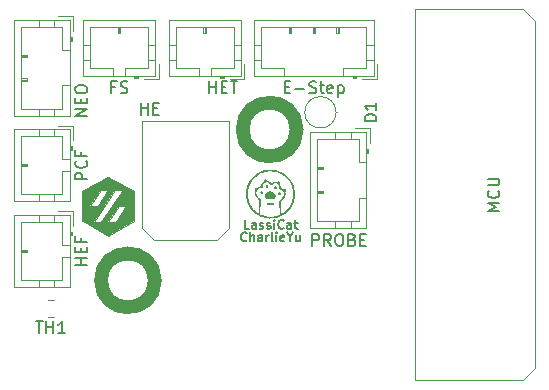
<source format=gbr>
%TF.GenerationSoftware,KiCad,Pcbnew,(6.0.5-0)*%
%TF.CreationDate,2022-06-04T20:42:06+08:00*%
%TF.ProjectId,StealthBurner,53746561-6c74-4684-9275-726e65722e6b,Bata2*%
%TF.SameCoordinates,Original*%
%TF.FileFunction,Legend,Top*%
%TF.FilePolarity,Positive*%
%FSLAX46Y46*%
G04 Gerber Fmt 4.6, Leading zero omitted, Abs format (unit mm)*
G04 Created by KiCad (PCBNEW (6.0.5-0)) date 2022-06-04 20:42:06*
%MOMM*%
%LPD*%
G01*
G04 APERTURE LIST*
%ADD10C,0.150000*%
%ADD11C,0.120000*%
%ADD12C,1.200000*%
%ADD13C,0.020000*%
G04 APERTURE END LIST*
D10*
X146044285Y-108617857D02*
X146008571Y-108653571D01*
X145901428Y-108689285D01*
X145830000Y-108689285D01*
X145722857Y-108653571D01*
X145651428Y-108582142D01*
X145615714Y-108510714D01*
X145580000Y-108367857D01*
X145580000Y-108260714D01*
X145615714Y-108117857D01*
X145651428Y-108046428D01*
X145722857Y-107975000D01*
X145830000Y-107939285D01*
X145901428Y-107939285D01*
X146008571Y-107975000D01*
X146044285Y-108010714D01*
X146365714Y-108689285D02*
X146365714Y-107939285D01*
X146687142Y-108689285D02*
X146687142Y-108296428D01*
X146651428Y-108225000D01*
X146580000Y-108189285D01*
X146472857Y-108189285D01*
X146401428Y-108225000D01*
X146365714Y-108260714D01*
X147365714Y-108689285D02*
X147365714Y-108296428D01*
X147330000Y-108225000D01*
X147258571Y-108189285D01*
X147115714Y-108189285D01*
X147044285Y-108225000D01*
X147365714Y-108653571D02*
X147294285Y-108689285D01*
X147115714Y-108689285D01*
X147044285Y-108653571D01*
X147008571Y-108582142D01*
X147008571Y-108510714D01*
X147044285Y-108439285D01*
X147115714Y-108403571D01*
X147294285Y-108403571D01*
X147365714Y-108367857D01*
X147722857Y-108689285D02*
X147722857Y-108189285D01*
X147722857Y-108332142D02*
X147758571Y-108260714D01*
X147794285Y-108225000D01*
X147865714Y-108189285D01*
X147937142Y-108189285D01*
X148294285Y-108689285D02*
X148222857Y-108653571D01*
X148187142Y-108582142D01*
X148187142Y-107939285D01*
X148580000Y-108689285D02*
X148580000Y-108189285D01*
X148580000Y-107939285D02*
X148544285Y-107975000D01*
X148580000Y-108010714D01*
X148615714Y-107975000D01*
X148580000Y-107939285D01*
X148580000Y-108010714D01*
X149222857Y-108653571D02*
X149151428Y-108689285D01*
X149008571Y-108689285D01*
X148937142Y-108653571D01*
X148901428Y-108582142D01*
X148901428Y-108296428D01*
X148937142Y-108225000D01*
X149008571Y-108189285D01*
X149151428Y-108189285D01*
X149222857Y-108225000D01*
X149258571Y-108296428D01*
X149258571Y-108367857D01*
X148901428Y-108439285D01*
X149722857Y-108332142D02*
X149722857Y-108689285D01*
X149472857Y-107939285D02*
X149722857Y-108332142D01*
X149972857Y-107939285D01*
X150544285Y-108189285D02*
X150544285Y-108689285D01*
X150222857Y-108189285D02*
X150222857Y-108582142D01*
X150258571Y-108653571D01*
X150330000Y-108689285D01*
X150437142Y-108689285D01*
X150508571Y-108653571D01*
X150544285Y-108617857D01*
X146258571Y-107639196D02*
X145901428Y-107639196D01*
X145901428Y-106889196D01*
X146830000Y-107639196D02*
X146830000Y-107246339D01*
X146794285Y-107174911D01*
X146722857Y-107139196D01*
X146580000Y-107139196D01*
X146508571Y-107174911D01*
X146830000Y-107603482D02*
X146758571Y-107639196D01*
X146580000Y-107639196D01*
X146508571Y-107603482D01*
X146472857Y-107532053D01*
X146472857Y-107460625D01*
X146508571Y-107389196D01*
X146580000Y-107353482D01*
X146758571Y-107353482D01*
X146830000Y-107317768D01*
X147151428Y-107603482D02*
X147222857Y-107639196D01*
X147365714Y-107639196D01*
X147437142Y-107603482D01*
X147472857Y-107532053D01*
X147472857Y-107496339D01*
X147437142Y-107424911D01*
X147365714Y-107389196D01*
X147258571Y-107389196D01*
X147187142Y-107353482D01*
X147151428Y-107282053D01*
X147151428Y-107246339D01*
X147187142Y-107174911D01*
X147258571Y-107139196D01*
X147365714Y-107139196D01*
X147437142Y-107174911D01*
X147758571Y-107603482D02*
X147830000Y-107639196D01*
X147972857Y-107639196D01*
X148044285Y-107603482D01*
X148080000Y-107532053D01*
X148080000Y-107496339D01*
X148044285Y-107424911D01*
X147972857Y-107389196D01*
X147865714Y-107389196D01*
X147794285Y-107353482D01*
X147758571Y-107282053D01*
X147758571Y-107246339D01*
X147794285Y-107174911D01*
X147865714Y-107139196D01*
X147972857Y-107139196D01*
X148044285Y-107174911D01*
X148401428Y-107639196D02*
X148401428Y-107139196D01*
X148401428Y-106889196D02*
X148365714Y-106924911D01*
X148401428Y-106960625D01*
X148437142Y-106924911D01*
X148401428Y-106889196D01*
X148401428Y-106960625D01*
X149187142Y-107567768D02*
X149151428Y-107603482D01*
X149044285Y-107639196D01*
X148972857Y-107639196D01*
X148865714Y-107603482D01*
X148794285Y-107532053D01*
X148758571Y-107460625D01*
X148722857Y-107317768D01*
X148722857Y-107210625D01*
X148758571Y-107067768D01*
X148794285Y-106996339D01*
X148865714Y-106924911D01*
X148972857Y-106889196D01*
X149044285Y-106889196D01*
X149151428Y-106924911D01*
X149187142Y-106960625D01*
X149830000Y-107639196D02*
X149830000Y-107246339D01*
X149794285Y-107174911D01*
X149722857Y-107139196D01*
X149580000Y-107139196D01*
X149508571Y-107174911D01*
X149830000Y-107603482D02*
X149758571Y-107639196D01*
X149580000Y-107639196D01*
X149508571Y-107603482D01*
X149472857Y-107532053D01*
X149472857Y-107460625D01*
X149508571Y-107389196D01*
X149580000Y-107353482D01*
X149758571Y-107353482D01*
X149830000Y-107317768D01*
X150080000Y-107139196D02*
X150365714Y-107139196D01*
X150187142Y-106889196D02*
X150187142Y-107532053D01*
X150222857Y-107603482D01*
X150294285Y-107639196D01*
X150365714Y-107639196D01*
%TO.C,J5*%
X134916666Y-95628571D02*
X134583333Y-95628571D01*
X134583333Y-96152380D02*
X134583333Y-95152380D01*
X135059523Y-95152380D01*
X135392857Y-96104761D02*
X135535714Y-96152380D01*
X135773809Y-96152380D01*
X135869047Y-96104761D01*
X135916666Y-96057142D01*
X135964285Y-95961904D01*
X135964285Y-95866666D01*
X135916666Y-95771428D01*
X135869047Y-95723809D01*
X135773809Y-95676190D01*
X135583333Y-95628571D01*
X135488095Y-95580952D01*
X135440476Y-95533333D01*
X135392857Y-95438095D01*
X135392857Y-95342857D01*
X135440476Y-95247619D01*
X135488095Y-95200000D01*
X135583333Y-95152380D01*
X135821428Y-95152380D01*
X135964285Y-95200000D01*
%TO.C,TH1*%
X128201785Y-115452380D02*
X128773214Y-115452380D01*
X128487500Y-116452380D02*
X128487500Y-115452380D01*
X129106547Y-116452380D02*
X129106547Y-115452380D01*
X129106547Y-115928571D02*
X129677976Y-115928571D01*
X129677976Y-116452380D02*
X129677976Y-115452380D01*
X130677976Y-116452380D02*
X130106547Y-116452380D01*
X130392261Y-116452380D02*
X130392261Y-115452380D01*
X130297023Y-115595238D01*
X130201785Y-115690476D01*
X130106547Y-115738095D01*
%TO.C,J8*%
X132552380Y-98061904D02*
X131552380Y-98061904D01*
X132552380Y-97490476D01*
X131552380Y-97490476D01*
X132028571Y-97014285D02*
X132028571Y-96680952D01*
X132552380Y-96538095D02*
X132552380Y-97014285D01*
X131552380Y-97014285D01*
X131552380Y-96538095D01*
X131552380Y-95919047D02*
X131552380Y-95728571D01*
X131600000Y-95633333D01*
X131695238Y-95538095D01*
X131885714Y-95490476D01*
X132219047Y-95490476D01*
X132409523Y-95538095D01*
X132504761Y-95633333D01*
X132552380Y-95728571D01*
X132552380Y-95919047D01*
X132504761Y-96014285D01*
X132409523Y-96109523D01*
X132219047Y-96157142D01*
X131885714Y-96157142D01*
X131695238Y-96109523D01*
X131600000Y-96014285D01*
X131552380Y-95919047D01*
%TO.C,J6*%
X132552380Y-110666666D02*
X131552380Y-110666666D01*
X132028571Y-110666666D02*
X132028571Y-110095238D01*
X132552380Y-110095238D02*
X131552380Y-110095238D01*
X132028571Y-109619047D02*
X132028571Y-109285714D01*
X132552380Y-109142857D02*
X132552380Y-109619047D01*
X131552380Y-109619047D01*
X131552380Y-109142857D01*
X132028571Y-108380952D02*
X132028571Y-108714285D01*
X132552380Y-108714285D02*
X131552380Y-108714285D01*
X131552380Y-108238095D01*
%TO.C,J9*%
X167452380Y-106107142D02*
X166452380Y-106107142D01*
X167166666Y-105773809D01*
X166452380Y-105440476D01*
X167452380Y-105440476D01*
X167357142Y-104392857D02*
X167404761Y-104440476D01*
X167452380Y-104583333D01*
X167452380Y-104678571D01*
X167404761Y-104821428D01*
X167309523Y-104916666D01*
X167214285Y-104964285D01*
X167023809Y-105011904D01*
X166880952Y-105011904D01*
X166690476Y-104964285D01*
X166595238Y-104916666D01*
X166500000Y-104821428D01*
X166452380Y-104678571D01*
X166452380Y-104583333D01*
X166500000Y-104440476D01*
X166547619Y-104392857D01*
X166452380Y-103964285D02*
X167261904Y-103964285D01*
X167357142Y-103916666D01*
X167404761Y-103869047D01*
X167452380Y-103773809D01*
X167452380Y-103583333D01*
X167404761Y-103488095D01*
X167357142Y-103440476D01*
X167261904Y-103392857D01*
X166452380Y-103392857D01*
%TO.C,J2*%
X149273809Y-95628571D02*
X149607142Y-95628571D01*
X149750000Y-96152380D02*
X149273809Y-96152380D01*
X149273809Y-95152380D01*
X149750000Y-95152380D01*
X150178571Y-95771428D02*
X150940476Y-95771428D01*
X151369047Y-96104761D02*
X151511904Y-96152380D01*
X151750000Y-96152380D01*
X151845238Y-96104761D01*
X151892857Y-96057142D01*
X151940476Y-95961904D01*
X151940476Y-95866666D01*
X151892857Y-95771428D01*
X151845238Y-95723809D01*
X151750000Y-95676190D01*
X151559523Y-95628571D01*
X151464285Y-95580952D01*
X151416666Y-95533333D01*
X151369047Y-95438095D01*
X151369047Y-95342857D01*
X151416666Y-95247619D01*
X151464285Y-95200000D01*
X151559523Y-95152380D01*
X151797619Y-95152380D01*
X151940476Y-95200000D01*
X152226190Y-95485714D02*
X152607142Y-95485714D01*
X152369047Y-95152380D02*
X152369047Y-96009523D01*
X152416666Y-96104761D01*
X152511904Y-96152380D01*
X152607142Y-96152380D01*
X153321428Y-96104761D02*
X153226190Y-96152380D01*
X153035714Y-96152380D01*
X152940476Y-96104761D01*
X152892857Y-96009523D01*
X152892857Y-95628571D01*
X152940476Y-95533333D01*
X153035714Y-95485714D01*
X153226190Y-95485714D01*
X153321428Y-95533333D01*
X153369047Y-95628571D01*
X153369047Y-95723809D01*
X152892857Y-95819047D01*
X153797619Y-95485714D02*
X153797619Y-96485714D01*
X153797619Y-95533333D02*
X153892857Y-95485714D01*
X154083333Y-95485714D01*
X154178571Y-95533333D01*
X154226190Y-95580952D01*
X154273809Y-95676190D01*
X154273809Y-95961904D01*
X154226190Y-96057142D01*
X154178571Y-96104761D01*
X154083333Y-96152380D01*
X153892857Y-96152380D01*
X153797619Y-96104761D01*
%TO.C,J3*%
X137101904Y-97957380D02*
X137101904Y-96957380D01*
X137101904Y-97433571D02*
X137673333Y-97433571D01*
X137673333Y-97957380D02*
X137673333Y-96957380D01*
X138149523Y-97433571D02*
X138482857Y-97433571D01*
X138625714Y-97957380D02*
X138149523Y-97957380D01*
X138149523Y-96957380D01*
X138625714Y-96957380D01*
%TO.C,D1*%
X157036693Y-98508095D02*
X156036693Y-98508095D01*
X156036693Y-98270000D01*
X156084313Y-98127142D01*
X156179551Y-98031904D01*
X156274789Y-97984285D01*
X156465265Y-97936666D01*
X156608122Y-97936666D01*
X156798598Y-97984285D01*
X156893836Y-98031904D01*
X156989074Y-98127142D01*
X157036693Y-98270000D01*
X157036693Y-98508095D01*
X157036693Y-96984285D02*
X157036693Y-97555714D01*
X157036693Y-97270000D02*
X156036693Y-97270000D01*
X156179551Y-97365238D01*
X156274789Y-97460476D01*
X156322408Y-97555714D01*
%TO.C,J1*%
X151621904Y-109072380D02*
X151621904Y-108072380D01*
X152002857Y-108072380D01*
X152098095Y-108120000D01*
X152145714Y-108167619D01*
X152193333Y-108262857D01*
X152193333Y-108405714D01*
X152145714Y-108500952D01*
X152098095Y-108548571D01*
X152002857Y-108596190D01*
X151621904Y-108596190D01*
X153193333Y-109072380D02*
X152860000Y-108596190D01*
X152621904Y-109072380D02*
X152621904Y-108072380D01*
X153002857Y-108072380D01*
X153098095Y-108120000D01*
X153145714Y-108167619D01*
X153193333Y-108262857D01*
X153193333Y-108405714D01*
X153145714Y-108500952D01*
X153098095Y-108548571D01*
X153002857Y-108596190D01*
X152621904Y-108596190D01*
X153812380Y-108072380D02*
X154002857Y-108072380D01*
X154098095Y-108120000D01*
X154193333Y-108215238D01*
X154240952Y-108405714D01*
X154240952Y-108739047D01*
X154193333Y-108929523D01*
X154098095Y-109024761D01*
X154002857Y-109072380D01*
X153812380Y-109072380D01*
X153717142Y-109024761D01*
X153621904Y-108929523D01*
X153574285Y-108739047D01*
X153574285Y-108405714D01*
X153621904Y-108215238D01*
X153717142Y-108120000D01*
X153812380Y-108072380D01*
X155002857Y-108548571D02*
X155145714Y-108596190D01*
X155193333Y-108643809D01*
X155240952Y-108739047D01*
X155240952Y-108881904D01*
X155193333Y-108977142D01*
X155145714Y-109024761D01*
X155050476Y-109072380D01*
X154669523Y-109072380D01*
X154669523Y-108072380D01*
X155002857Y-108072380D01*
X155098095Y-108120000D01*
X155145714Y-108167619D01*
X155193333Y-108262857D01*
X155193333Y-108358095D01*
X155145714Y-108453333D01*
X155098095Y-108500952D01*
X155002857Y-108548571D01*
X154669523Y-108548571D01*
X155669523Y-108548571D02*
X156002857Y-108548571D01*
X156145714Y-109072380D02*
X155669523Y-109072380D01*
X155669523Y-108072380D01*
X156145714Y-108072380D01*
%TO.C,J4*%
X142880952Y-96152380D02*
X142880952Y-95152380D01*
X142880952Y-95628571D02*
X143452380Y-95628571D01*
X143452380Y-96152380D02*
X143452380Y-95152380D01*
X143928571Y-95628571D02*
X144261904Y-95628571D01*
X144404761Y-96152380D02*
X143928571Y-96152380D01*
X143928571Y-95152380D01*
X144404761Y-95152380D01*
X144690476Y-95152380D02*
X145261904Y-95152380D01*
X144976190Y-96152380D02*
X144976190Y-95152380D01*
%TO.C,J7*%
X132552380Y-103440476D02*
X131552380Y-103440476D01*
X131552380Y-103059523D01*
X131600000Y-102964285D01*
X131647619Y-102916666D01*
X131742857Y-102869047D01*
X131885714Y-102869047D01*
X131980952Y-102916666D01*
X132028571Y-102964285D01*
X132076190Y-103059523D01*
X132076190Y-103440476D01*
X132457142Y-101869047D02*
X132504761Y-101916666D01*
X132552380Y-102059523D01*
X132552380Y-102154761D01*
X132504761Y-102297619D01*
X132409523Y-102392857D01*
X132314285Y-102440476D01*
X132123809Y-102488095D01*
X131980952Y-102488095D01*
X131790476Y-102440476D01*
X131695238Y-102392857D01*
X131600000Y-102297619D01*
X131552380Y-102154761D01*
X131552380Y-102059523D01*
X131600000Y-101916666D01*
X131647619Y-101869047D01*
X132028571Y-101107142D02*
X132028571Y-101440476D01*
X132552380Y-101440476D02*
X131552380Y-101440476D01*
X131552380Y-100964285D01*
%TO.C,L1*%
G36*
X148861817Y-104533841D02*
G01*
X148902080Y-104546238D01*
X148904035Y-104547258D01*
X148928779Y-104569391D01*
X148945628Y-104602044D01*
X148953534Y-104640100D01*
X148951446Y-104678440D01*
X148938314Y-104711947D01*
X148937938Y-104712525D01*
X148905388Y-104748796D01*
X148865454Y-104772852D01*
X148821710Y-104783451D01*
X148777733Y-104779353D01*
X148761684Y-104773676D01*
X148726362Y-104749878D01*
X148703164Y-104716542D01*
X148693586Y-104677348D01*
X148699123Y-104635976D01*
X148702298Y-104627470D01*
X148721525Y-104590882D01*
X148746404Y-104564845D01*
X148778868Y-104544970D01*
X148818198Y-104533372D01*
X148861817Y-104533841D01*
G37*
G36*
X146009745Y-104516200D02*
G01*
X146015223Y-104444630D01*
X146023736Y-104376446D01*
X146035799Y-104307109D01*
X146051924Y-104232080D01*
X146062316Y-104188361D01*
X146113555Y-104013603D01*
X146180109Y-103845211D01*
X146261139Y-103684028D01*
X146355809Y-103530899D01*
X146463280Y-103386670D01*
X146582714Y-103252185D01*
X146713274Y-103128288D01*
X146854122Y-103015824D01*
X147004420Y-102915639D01*
X147163329Y-102828576D01*
X147330013Y-102755480D01*
X147503634Y-102697196D01*
X147555342Y-102683138D01*
X147653979Y-102659777D01*
X147746625Y-102642563D01*
X147839479Y-102630643D01*
X147938743Y-102623163D01*
X148012622Y-102620190D01*
X148199871Y-102622274D01*
X148380615Y-102639783D01*
X148556265Y-102673021D01*
X148728228Y-102722288D01*
X148897916Y-102787887D01*
X148985610Y-102828498D01*
X149148892Y-102917699D01*
X149302211Y-103020328D01*
X149444936Y-103135519D01*
X149576433Y-103262406D01*
X149696072Y-103400123D01*
X149803219Y-103547803D01*
X149897243Y-103704581D01*
X149977511Y-103869590D01*
X150043391Y-104041964D01*
X150094252Y-104220837D01*
X150127660Y-104393200D01*
X150132748Y-104434030D01*
X150137669Y-104486335D01*
X150141980Y-104544521D01*
X150145239Y-104602994D01*
X150146244Y-104627911D01*
X150144212Y-104812098D01*
X150125610Y-104994354D01*
X150090916Y-105173588D01*
X150040611Y-105348711D01*
X149975172Y-105518630D01*
X149895080Y-105682258D01*
X149800812Y-105838502D01*
X149692848Y-105986274D01*
X149571666Y-106124482D01*
X149437747Y-106252036D01*
X149429642Y-106259046D01*
X149281336Y-106375550D01*
X149124348Y-106477437D01*
X148959161Y-106564493D01*
X148786256Y-106636506D01*
X148606112Y-106693261D01*
X148419212Y-106734544D01*
X148327126Y-106748818D01*
X148291144Y-106752485D01*
X148242798Y-106755788D01*
X148186440Y-106758588D01*
X148126424Y-106760750D01*
X148067102Y-106762138D01*
X148012827Y-106762615D01*
X147967951Y-106762045D01*
X147943053Y-106760847D01*
X147761926Y-106740319D01*
X147589766Y-106706620D01*
X147423860Y-106659022D01*
X147261492Y-106596799D01*
X147166373Y-106552990D01*
X147001553Y-106463170D01*
X146846961Y-106360202D01*
X146703236Y-106244900D01*
X146571020Y-106118078D01*
X146450953Y-105980552D01*
X146343675Y-105833136D01*
X146249827Y-105676645D01*
X146170050Y-105511893D01*
X146104984Y-105339696D01*
X146055269Y-105160867D01*
X146048735Y-105131473D01*
X146034710Y-105063342D01*
X146024010Y-105003540D01*
X146016221Y-104947769D01*
X146010926Y-104891730D01*
X146007711Y-104831125D01*
X146006160Y-104761656D01*
X146005843Y-104687656D01*
X146006326Y-104640714D01*
X146157582Y-104640714D01*
X146160590Y-104821351D01*
X146180178Y-104998719D01*
X146216043Y-105172053D01*
X146267878Y-105340585D01*
X146335380Y-105503548D01*
X146418243Y-105660176D01*
X146516163Y-105809702D01*
X146628835Y-105951358D01*
X146715755Y-106044855D01*
X146751184Y-106079191D01*
X146792050Y-106116404D01*
X146836193Y-106154773D01*
X146881455Y-106192576D01*
X146925675Y-106228092D01*
X146966695Y-106259599D01*
X147002355Y-106285374D01*
X147030495Y-106303697D01*
X147048957Y-106312847D01*
X147052784Y-106313563D01*
X147058198Y-106306133D01*
X147063191Y-106288025D01*
X147063581Y-106285825D01*
X147065417Y-106269370D01*
X147068088Y-106237556D01*
X147071486Y-106192066D01*
X147075506Y-106134583D01*
X147080038Y-106066792D01*
X147084976Y-105990376D01*
X147090212Y-105907020D01*
X147095639Y-105818406D01*
X147101150Y-105726219D01*
X147106636Y-105632142D01*
X147111990Y-105537860D01*
X147116437Y-105457375D01*
X147130296Y-105202900D01*
X147039341Y-105117238D01*
X146981948Y-105061275D01*
X146935639Y-105011330D01*
X146897459Y-104963714D01*
X146864450Y-104914740D01*
X146833656Y-104860717D01*
X146833504Y-104860431D01*
X146794024Y-104771336D01*
X146767611Y-104678951D01*
X146754884Y-104586610D01*
X146755562Y-104548415D01*
X146880860Y-104548415D01*
X146886112Y-104629843D01*
X146906799Y-104713395D01*
X146942954Y-104797971D01*
X146994609Y-104882473D01*
X146995662Y-104883960D01*
X147019531Y-104914045D01*
X147052322Y-104950622D01*
X147090463Y-104990158D01*
X147130379Y-105029117D01*
X147168497Y-105063965D01*
X147201245Y-105091167D01*
X147215690Y-105101601D01*
X147236586Y-105118796D01*
X147250548Y-105136446D01*
X147252786Y-105141826D01*
X147253493Y-105154856D01*
X147253193Y-105183213D01*
X147251978Y-105225189D01*
X147249946Y-105279076D01*
X147247192Y-105343166D01*
X147243809Y-105415753D01*
X147239895Y-105495128D01*
X147235544Y-105579583D01*
X147230851Y-105667411D01*
X147225913Y-105756905D01*
X147220823Y-105846356D01*
X147215677Y-105934057D01*
X147210572Y-106018301D01*
X147205601Y-106097379D01*
X147200860Y-106169584D01*
X147196445Y-106233209D01*
X147192451Y-106286545D01*
X147188972Y-106327886D01*
X147186105Y-106355523D01*
X147184477Y-106365962D01*
X147183497Y-106377204D01*
X147187735Y-106387195D01*
X147199425Y-106397550D01*
X147220796Y-106409887D01*
X147254081Y-106425823D01*
X147288106Y-106441066D01*
X147441712Y-106501633D01*
X147597694Y-106548960D01*
X147752597Y-106582094D01*
X147844901Y-106594909D01*
X147884174Y-106599216D01*
X147920433Y-106603244D01*
X147947961Y-106606354D01*
X147955855Y-106607271D01*
X147984085Y-106608941D01*
X148025461Y-106609246D01*
X148076126Y-106608347D01*
X148132225Y-106606408D01*
X148189903Y-106603591D01*
X148245303Y-106600059D01*
X148294569Y-106595975D01*
X148333846Y-106591501D01*
X148335661Y-106591244D01*
X148437152Y-106574722D01*
X148527971Y-106555539D01*
X148614467Y-106532338D01*
X148621581Y-106530211D01*
X148665427Y-106516247D01*
X148711973Y-106500156D01*
X148758100Y-106483160D01*
X148800693Y-106466484D01*
X148836633Y-106451350D01*
X148862805Y-106438982D01*
X148876091Y-106430602D01*
X148876466Y-106430187D01*
X148879157Y-106419269D01*
X148879785Y-106394881D01*
X148878319Y-106356158D01*
X148874726Y-106302236D01*
X148868973Y-106232252D01*
X148868960Y-106232102D01*
X148859067Y-106116406D01*
X148849732Y-106002304D01*
X148841075Y-105891532D01*
X148833212Y-105785821D01*
X148826264Y-105686904D01*
X148820347Y-105596514D01*
X148815579Y-105516384D01*
X148812081Y-105448246D01*
X148809968Y-105393834D01*
X148809350Y-105358482D01*
X148809350Y-105247853D01*
X148879763Y-105185647D01*
X148963168Y-105109643D01*
X149032887Y-105040737D01*
X149090000Y-104977456D01*
X149135583Y-104918327D01*
X149170713Y-104861875D01*
X149196468Y-104806629D01*
X149213925Y-104751113D01*
X149220420Y-104719697D01*
X149225134Y-104645020D01*
X149213916Y-104573740D01*
X149187785Y-104507231D01*
X149147759Y-104446865D01*
X149094857Y-104394015D01*
X149030096Y-104350054D01*
X148954494Y-104316356D01*
X148911769Y-104303482D01*
X148881768Y-104294920D01*
X148857774Y-104286499D01*
X148845624Y-104280438D01*
X148840462Y-104269077D01*
X148837038Y-104244168D01*
X148835227Y-104204420D01*
X148834854Y-104168113D01*
X148831722Y-104087131D01*
X148821920Y-104019597D01*
X148804577Y-103962903D01*
X148778821Y-103914443D01*
X148743783Y-103871610D01*
X148731950Y-103860044D01*
X148672981Y-103815241D01*
X148607492Y-103783736D01*
X148538447Y-103766327D01*
X148468807Y-103763813D01*
X148412029Y-103773793D01*
X148363561Y-103792973D01*
X148310933Y-103822938D01*
X148259406Y-103860240D01*
X148214240Y-103901428D01*
X148209178Y-103906814D01*
X148179699Y-103934815D01*
X148154471Y-103948443D01*
X148131482Y-103947255D01*
X148108717Y-103930806D01*
X148084163Y-103898652D01*
X148070383Y-103876200D01*
X148025644Y-103814010D01*
X147971779Y-103763056D01*
X147911053Y-103724531D01*
X147845730Y-103699631D01*
X147778074Y-103689551D01*
X147723278Y-103693042D01*
X147656161Y-103709654D01*
X147592493Y-103735916D01*
X147536459Y-103769649D01*
X147492245Y-103808673D01*
X147485051Y-103817091D01*
X147452323Y-103863569D01*
X147429835Y-103911099D01*
X147416227Y-103964049D01*
X147410138Y-104026790D01*
X147409488Y-104059753D01*
X147408808Y-104096078D01*
X147407091Y-104126244D01*
X147404636Y-104145970D01*
X147403087Y-104150810D01*
X147385327Y-104167282D01*
X147358569Y-104174726D01*
X147320201Y-104173669D01*
X147302349Y-104171198D01*
X147228512Y-104167709D01*
X147157004Y-104180997D01*
X147088460Y-104210853D01*
X147023518Y-104257067D01*
X147013569Y-104265907D01*
X146957397Y-104327856D01*
X146916534Y-104396322D01*
X146891011Y-104470208D01*
X146880860Y-104548415D01*
X146755562Y-104548415D01*
X146756464Y-104497647D01*
X146760506Y-104467959D01*
X146765632Y-104435694D01*
X146766949Y-104413763D01*
X146763540Y-104395675D01*
X146754485Y-104374939D01*
X146744657Y-104356060D01*
X146725199Y-104307015D01*
X146719504Y-104262415D01*
X146726358Y-104224107D01*
X146744547Y-104193938D01*
X146772859Y-104173754D01*
X146810079Y-104165402D01*
X146854994Y-104170727D01*
X146864610Y-104173538D01*
X146907614Y-104187290D01*
X146954189Y-104149354D01*
X147026753Y-104099498D01*
X147102610Y-104064978D01*
X147180084Y-104046445D01*
X147227667Y-104043267D01*
X147281595Y-104043267D01*
X147281721Y-104011261D01*
X147285655Y-103970153D01*
X147296023Y-103920891D01*
X147311083Y-103870306D01*
X147329094Y-103825231D01*
X147329195Y-103825017D01*
X147353967Y-103783270D01*
X147388696Y-103738590D01*
X147428536Y-103696546D01*
X147468643Y-103662706D01*
X147473303Y-103659420D01*
X147492247Y-103645333D01*
X147503825Y-103631928D01*
X147510920Y-103613802D01*
X147516416Y-103585552D01*
X147517957Y-103575766D01*
X147528735Y-103526783D01*
X147544541Y-103491582D01*
X147566983Y-103467219D01*
X147582622Y-103457432D01*
X147616533Y-103448936D01*
X147652998Y-103455523D01*
X147689525Y-103475971D01*
X147723620Y-103509057D01*
X147742851Y-103536035D01*
X147755772Y-103554094D01*
X147769531Y-103562666D01*
X147791039Y-103565206D01*
X147801373Y-103565310D01*
X147868458Y-103573304D01*
X147937723Y-103596462D01*
X148006607Y-103633553D01*
X148072544Y-103683345D01*
X148099690Y-103708687D01*
X148127979Y-103736500D01*
X148147097Y-103753842D01*
X148159846Y-103762404D01*
X148169031Y-103763879D01*
X148177456Y-103759958D01*
X148180772Y-103757604D01*
X148257572Y-103706081D01*
X148327862Y-103669250D01*
X148346786Y-103661384D01*
X148376769Y-103650706D01*
X148404083Y-103644042D01*
X148434520Y-103640515D01*
X148473870Y-103639249D01*
X148493557Y-103639180D01*
X148533239Y-103640039D01*
X148568448Y-103642273D01*
X148594459Y-103645504D01*
X148604344Y-103648020D01*
X148618427Y-103651504D01*
X148633563Y-103648397D01*
X148654595Y-103637151D01*
X148670568Y-103626844D01*
X148714671Y-103603226D01*
X148757358Y-103592920D01*
X148758007Y-103592857D01*
X148784686Y-103591443D01*
X148802522Y-103595610D01*
X148819526Y-103608233D01*
X148830475Y-103618869D01*
X148848239Y-103638503D01*
X148857203Y-103656146D01*
X148860297Y-103679330D01*
X148860560Y-103696193D01*
X148859145Y-103726872D01*
X148855527Y-103753491D01*
X148852699Y-103764108D01*
X148850065Y-103777821D01*
X148853939Y-103793576D01*
X148865877Y-103815666D01*
X148878447Y-103835077D01*
X148915066Y-103903403D01*
X148941852Y-103982740D01*
X148957686Y-104069419D01*
X148960656Y-104104523D01*
X148963071Y-104142627D01*
X148965697Y-104167052D01*
X148969536Y-104181172D01*
X148975588Y-104188360D01*
X148984854Y-104191989D01*
X148986746Y-104192476D01*
X149020927Y-104204195D01*
X149062437Y-104222954D01*
X149104949Y-104245550D01*
X149142140Y-104268777D01*
X149153161Y-104276794D01*
X149193982Y-104308165D01*
X149240187Y-104294733D01*
X149278121Y-104286910D01*
X149310643Y-104286072D01*
X149315885Y-104286834D01*
X149346791Y-104299938D01*
X149374441Y-104323966D01*
X149392334Y-104353083D01*
X149393477Y-104356507D01*
X149394742Y-104383273D01*
X149386938Y-104417986D01*
X149371684Y-104455280D01*
X149355156Y-104483443D01*
X149340807Y-104506050D01*
X149335372Y-104522594D01*
X149337265Y-104540471D01*
X149340425Y-104552092D01*
X149346965Y-104587927D01*
X149350009Y-104634599D01*
X149349683Y-104686264D01*
X149346112Y-104737077D01*
X149339421Y-104781193D01*
X149335170Y-104798164D01*
X149305461Y-104877275D01*
X149263577Y-104955354D01*
X149208554Y-105033718D01*
X149139429Y-105113680D01*
X149055235Y-105196555D01*
X149018895Y-105229256D01*
X148927204Y-105309970D01*
X148932780Y-105404223D01*
X148935833Y-105452889D01*
X148939800Y-105510958D01*
X148944754Y-105579347D01*
X148950767Y-105658974D01*
X148957910Y-105750756D01*
X148966254Y-105855611D01*
X148975872Y-105974458D01*
X148986835Y-106108213D01*
X148999215Y-106257796D01*
X149002966Y-106302894D01*
X149006194Y-106332900D01*
X149009953Y-106354888D01*
X149013493Y-106364627D01*
X149013903Y-106364773D01*
X149022750Y-106360336D01*
X149043112Y-106348146D01*
X149072277Y-106329883D01*
X149107534Y-106307225D01*
X149121492Y-106298123D01*
X149267087Y-106192952D01*
X149400383Y-106076658D01*
X149521056Y-105950237D01*
X149628786Y-105814686D01*
X149723250Y-105671004D01*
X149804128Y-105520188D01*
X149871097Y-105363235D01*
X149923836Y-105201142D01*
X149962024Y-105034906D01*
X149985338Y-104865526D01*
X149993457Y-104693999D01*
X149986060Y-104521321D01*
X149962825Y-104348491D01*
X149923431Y-104176505D01*
X149867555Y-104006361D01*
X149863707Y-103996325D01*
X149791980Y-103833936D01*
X149706047Y-103680022D01*
X149606846Y-103535380D01*
X149495314Y-103400804D01*
X149372386Y-103277090D01*
X149239001Y-103165034D01*
X149096094Y-103065430D01*
X148944604Y-102979074D01*
X148785466Y-102906762D01*
X148619618Y-102849289D01*
X148467952Y-102811431D01*
X148289810Y-102783256D01*
X148112810Y-102771638D01*
X147937849Y-102776083D01*
X147765823Y-102796097D01*
X147597627Y-102831186D01*
X147434157Y-102880856D01*
X147276309Y-102944612D01*
X147124978Y-103021961D01*
X146981061Y-103112409D01*
X146845454Y-103215462D01*
X146719051Y-103330625D01*
X146602749Y-103457404D01*
X146497443Y-103595306D01*
X146404030Y-103743837D01*
X146323406Y-103902501D01*
X146274316Y-104021302D01*
X146229381Y-104155735D01*
X146195897Y-104290677D01*
X146173079Y-104430288D01*
X146160142Y-104578729D01*
X146157582Y-104640714D01*
X146006326Y-104640714D01*
X146006789Y-104595695D01*
X146009745Y-104516200D01*
G37*
G36*
X147822027Y-103951560D02*
G01*
X147833888Y-103957615D01*
X147864747Y-103985794D01*
X147885693Y-104024124D01*
X147895637Y-104068144D01*
X147893491Y-104113394D01*
X147880901Y-104150374D01*
X147854438Y-104185057D01*
X147819152Y-104206604D01*
X147778177Y-104214060D01*
X147734644Y-104206473D01*
X147718641Y-104199724D01*
X147686742Y-104175380D01*
X147664610Y-104141106D01*
X147652433Y-104100756D01*
X147650398Y-104058179D01*
X147658695Y-104017226D01*
X147677512Y-103981748D01*
X147706713Y-103955784D01*
X147742427Y-103943493D01*
X147783441Y-103942122D01*
X147822027Y-103951560D01*
G37*
G36*
X148527459Y-104036083D02*
G01*
X148558271Y-104053969D01*
X148581553Y-104081474D01*
X148594386Y-104118182D01*
X148595976Y-104138577D01*
X148589854Y-104189686D01*
X148570903Y-104230563D01*
X148541045Y-104261071D01*
X148503136Y-104280958D01*
X148460593Y-104288906D01*
X148419429Y-104284204D01*
X148402412Y-104277495D01*
X148375120Y-104254589D01*
X148356935Y-104220906D01*
X148348835Y-104180678D01*
X148351797Y-104138136D01*
X148362709Y-104105444D01*
X148387347Y-104069016D01*
X148419062Y-104044281D01*
X148454934Y-104030824D01*
X148492040Y-104028229D01*
X148527459Y-104036083D01*
G37*
G36*
X148349337Y-105448597D02*
G01*
X148373732Y-105464068D01*
X148392037Y-105487745D01*
X148399655Y-105515340D01*
X148399673Y-105516692D01*
X148394380Y-105545236D01*
X148377368Y-105567703D01*
X148346934Y-105585488D01*
X148301377Y-105599983D01*
X148296507Y-105601166D01*
X148253004Y-105608755D01*
X148197173Y-105614403D01*
X148133653Y-105618012D01*
X148067086Y-105619486D01*
X148002113Y-105618727D01*
X147943376Y-105615639D01*
X147895515Y-105610124D01*
X147892521Y-105609615D01*
X147844968Y-105599226D01*
X147812096Y-105586440D01*
X147791530Y-105569598D01*
X147780896Y-105547039D01*
X147778269Y-105529727D01*
X147778907Y-105502961D01*
X147787825Y-105483508D01*
X147798152Y-105471902D01*
X147808139Y-105462344D01*
X147817609Y-105456242D01*
X147829769Y-105453514D01*
X147847824Y-105454077D01*
X147874979Y-105457847D01*
X147914442Y-105464742D01*
X147934518Y-105468380D01*
X147979299Y-105473712D01*
X148035004Y-105476220D01*
X148095740Y-105476003D01*
X148155613Y-105473157D01*
X148208730Y-105467779D01*
X148234624Y-105463435D01*
X148269472Y-105456344D01*
X148300340Y-105450147D01*
X148321345Y-105446022D01*
X148323454Y-105445622D01*
X148349337Y-105448597D01*
G37*
G36*
X148156811Y-104461021D02*
G01*
X148220757Y-104488757D01*
X148222692Y-104489890D01*
X148251590Y-104509766D01*
X148288074Y-104538974D01*
X148328811Y-104574399D01*
X148370470Y-104612930D01*
X148409717Y-104651453D01*
X148443219Y-104686856D01*
X148467645Y-104716026D01*
X148473265Y-104723934D01*
X148500366Y-104777718D01*
X148510971Y-104833364D01*
X148505216Y-104892282D01*
X148493343Y-104931475D01*
X148462588Y-104990639D01*
X148419154Y-105038752D01*
X148364007Y-105075021D01*
X148298110Y-105098652D01*
X148286975Y-105101137D01*
X148262593Y-105105304D01*
X148239845Y-105106534D01*
X148213872Y-105104520D01*
X148179816Y-105098960D01*
X148146148Y-105092299D01*
X148103642Y-105083963D01*
X148072387Y-105079245D01*
X148047013Y-105077875D01*
X148022150Y-105079588D01*
X147992426Y-105084116D01*
X147989995Y-105084537D01*
X147939769Y-105093128D01*
X147902798Y-105098935D01*
X147875548Y-105102261D01*
X147854485Y-105103411D01*
X147836076Y-105102686D01*
X147816787Y-105100390D01*
X147812496Y-105099767D01*
X147774857Y-105092138D01*
X147743591Y-105079903D01*
X147712736Y-105060075D01*
X147681146Y-105033931D01*
X147640047Y-104988451D01*
X147609692Y-104935604D01*
X147592245Y-104879844D01*
X147588853Y-104844096D01*
X147591592Y-104805592D01*
X147600756Y-104769774D01*
X147617767Y-104734516D01*
X147644044Y-104697691D01*
X147681009Y-104657175D01*
X147730082Y-104610841D01*
X147765566Y-104579676D01*
X147806803Y-104544466D01*
X147838515Y-104518545D01*
X147863905Y-104499824D01*
X147886174Y-104486214D01*
X147908523Y-104475628D01*
X147934155Y-104465977D01*
X147946148Y-104461875D01*
X148015010Y-104447124D01*
X148086729Y-104446992D01*
X148156811Y-104461021D01*
G37*
G36*
X147388325Y-104452771D02*
G01*
X147425343Y-104477634D01*
X147454448Y-104511577D01*
X147469776Y-104544841D01*
X147474418Y-104586306D01*
X147464832Y-104624703D01*
X147443556Y-104657220D01*
X147413129Y-104681045D01*
X147376089Y-104693366D01*
X147337072Y-104691850D01*
X147287836Y-104673653D01*
X147250049Y-104643797D01*
X147225049Y-104603581D01*
X147216762Y-104575124D01*
X147217311Y-104535350D01*
X147231914Y-104497494D01*
X147257724Y-104465846D01*
X147291890Y-104444695D01*
X147306281Y-104440344D01*
X147347327Y-104439504D01*
X147388325Y-104452771D01*
G37*
D11*
%TO.C,J5*%
X135350000Y-90550000D02*
X135350000Y-91050000D01*
X136550000Y-94860000D02*
X136850000Y-94860000D01*
X137700000Y-90550000D02*
X132800000Y-90550000D01*
X138310000Y-89940000D02*
X132190000Y-89940000D01*
X137360000Y-94960000D02*
X138610000Y-94960000D01*
X135350000Y-91050000D02*
X135150000Y-91050000D01*
X132190000Y-93350000D02*
X132800000Y-93350000D01*
X138310000Y-92050000D02*
X137700000Y-92050000D01*
X135250000Y-90550000D02*
X135250000Y-91050000D01*
X132800000Y-94050000D02*
X134750000Y-94050000D01*
X132190000Y-89940000D02*
X132190000Y-94660000D01*
X138610000Y-94960000D02*
X138610000Y-93710000D01*
X136550000Y-94660000D02*
X136550000Y-94860000D01*
X134750000Y-94050000D02*
X134750000Y-94660000D01*
X132190000Y-92050000D02*
X132800000Y-92050000D01*
X132800000Y-90550000D02*
X132800000Y-94050000D01*
X135750000Y-94050000D02*
X137700000Y-94050000D01*
X136850000Y-94860000D02*
X136850000Y-94660000D01*
X135750000Y-94660000D02*
X135750000Y-94050000D01*
X135150000Y-91050000D02*
X135150000Y-90550000D01*
X137700000Y-94050000D02*
X137700000Y-90550000D01*
X138310000Y-94660000D02*
X138310000Y-89940000D01*
X138310000Y-93350000D02*
X137700000Y-93350000D01*
X136550000Y-94760000D02*
X136850000Y-94760000D01*
X132190000Y-94660000D02*
X138310000Y-94660000D01*
%TO.C,TH1*%
X129714564Y-115135000D02*
X129260436Y-115135000D01*
X129714564Y-113665000D02*
X129260436Y-113665000D01*
%TO.C,J8*%
X126950000Y-93000000D02*
X127450000Y-93000000D01*
X129750000Y-98060000D02*
X129750000Y-97450000D01*
X131360000Y-90890000D02*
X131360000Y-89640000D01*
X126950000Y-90550000D02*
X126950000Y-97450000D01*
X131360000Y-89640000D02*
X130110000Y-89640000D01*
X127450000Y-94900000D02*
X127450000Y-95100000D01*
X131160000Y-91700000D02*
X131160000Y-91400000D01*
X127450000Y-93100000D02*
X126950000Y-93100000D01*
X128450000Y-89940000D02*
X128450000Y-90550000D01*
X131260000Y-91400000D02*
X131060000Y-91400000D01*
X128450000Y-98060000D02*
X128450000Y-97450000D01*
X131060000Y-98060000D02*
X131060000Y-89940000D01*
X126340000Y-89940000D02*
X126340000Y-98060000D01*
X130450000Y-92500000D02*
X130450000Y-90550000D01*
X131060000Y-92500000D02*
X130450000Y-92500000D01*
X127450000Y-92900000D02*
X127450000Y-93100000D01*
X131260000Y-91700000D02*
X131260000Y-91400000D01*
X126340000Y-98060000D02*
X131060000Y-98060000D01*
X126950000Y-97450000D02*
X130450000Y-97450000D01*
X131060000Y-91700000D02*
X131260000Y-91700000D01*
X130450000Y-90550000D02*
X126950000Y-90550000D01*
X130450000Y-97450000D02*
X130450000Y-95500000D01*
X127450000Y-95100000D02*
X126950000Y-95100000D01*
X131060000Y-89940000D02*
X126340000Y-89940000D01*
X126950000Y-94900000D02*
X127450000Y-94900000D01*
X130450000Y-95500000D02*
X131060000Y-95500000D01*
X126950000Y-95000000D02*
X127450000Y-95000000D01*
X126950000Y-92900000D02*
X127450000Y-92900000D01*
X129750000Y-89940000D02*
X129750000Y-90550000D01*
%TO.C,J6*%
X127450000Y-109400000D02*
X127450000Y-109600000D01*
X126950000Y-111950000D02*
X130450000Y-111950000D01*
X126340000Y-106440000D02*
X126340000Y-112560000D01*
X131060000Y-112560000D02*
X131060000Y-106440000D01*
X126340000Y-112560000D02*
X131060000Y-112560000D01*
X131060000Y-108200000D02*
X131260000Y-108200000D01*
X128450000Y-106440000D02*
X128450000Y-107050000D01*
X126950000Y-109500000D02*
X127450000Y-109500000D01*
X131360000Y-106140000D02*
X130110000Y-106140000D01*
X126950000Y-109400000D02*
X127450000Y-109400000D01*
X131260000Y-108200000D02*
X131260000Y-107900000D01*
X131260000Y-107900000D02*
X131060000Y-107900000D01*
X130450000Y-107050000D02*
X126950000Y-107050000D01*
X127450000Y-109600000D02*
X126950000Y-109600000D01*
X131060000Y-109000000D02*
X130450000Y-109000000D01*
X128450000Y-112560000D02*
X128450000Y-111950000D01*
X131160000Y-108200000D02*
X131160000Y-107900000D01*
X126950000Y-107050000D02*
X126950000Y-111950000D01*
X130450000Y-110000000D02*
X131060000Y-110000000D01*
X129750000Y-112560000D02*
X129750000Y-111950000D01*
X131360000Y-107390000D02*
X131360000Y-106140000D01*
X129750000Y-106440000D02*
X129750000Y-107050000D01*
X131060000Y-106440000D02*
X126340000Y-106440000D01*
X130450000Y-111950000D02*
X130450000Y-110000000D01*
X130450000Y-109000000D02*
X130450000Y-107050000D01*
%TO.C,J9*%
X160350000Y-120435000D02*
X160350000Y-89065000D01*
X160350000Y-89065000D02*
X169480000Y-89065000D01*
X170480000Y-90065000D02*
X170480000Y-119435000D01*
X169480000Y-89065000D02*
X170480000Y-90065000D01*
X170480000Y-119435000D02*
X169480000Y-120435000D01*
X169480000Y-120435000D02*
X160350000Y-120435000D01*
%TO.C,J2*%
X155860000Y-94960000D02*
X157110000Y-94960000D01*
X151750000Y-90550000D02*
X151750000Y-91050000D01*
X154250000Y-94050000D02*
X156200000Y-94050000D01*
X153750000Y-90550000D02*
X153750000Y-91050000D01*
X155050000Y-94760000D02*
X155350000Y-94760000D01*
X156810000Y-89940000D02*
X146690000Y-89940000D01*
X146690000Y-92050000D02*
X147300000Y-92050000D01*
X156200000Y-90550000D02*
X147300000Y-90550000D01*
X151650000Y-91050000D02*
X151650000Y-90550000D01*
X156810000Y-92050000D02*
X156200000Y-92050000D01*
X155050000Y-94860000D02*
X155350000Y-94860000D01*
X153850000Y-90550000D02*
X153850000Y-91050000D01*
X149750000Y-90550000D02*
X149750000Y-91050000D01*
X157110000Y-94960000D02*
X157110000Y-93710000D01*
X153850000Y-91050000D02*
X153650000Y-91050000D01*
X154250000Y-94660000D02*
X154250000Y-94050000D01*
X146690000Y-89940000D02*
X146690000Y-94660000D01*
X151850000Y-90550000D02*
X151850000Y-91050000D01*
X149650000Y-91050000D02*
X149650000Y-90550000D01*
X156810000Y-93350000D02*
X156200000Y-93350000D01*
X147300000Y-90550000D02*
X147300000Y-94050000D01*
X149850000Y-91050000D02*
X149650000Y-91050000D01*
X155350000Y-94860000D02*
X155350000Y-94660000D01*
X146690000Y-93350000D02*
X147300000Y-93350000D01*
X149250000Y-94050000D02*
X149250000Y-94660000D01*
X155050000Y-94660000D02*
X155050000Y-94860000D01*
X146690000Y-94660000D02*
X156810000Y-94660000D01*
X156810000Y-94660000D02*
X156810000Y-89940000D01*
X149850000Y-90550000D02*
X149850000Y-91050000D01*
X151850000Y-91050000D02*
X151650000Y-91050000D01*
X156200000Y-94050000D02*
X156200000Y-90550000D01*
X153650000Y-91050000D02*
X153650000Y-90550000D01*
X147300000Y-94050000D02*
X149250000Y-94050000D01*
%TO.C,J3*%
X138175000Y-108605000D02*
X137175000Y-107605000D01*
X137175000Y-98475000D02*
X144545000Y-98475000D01*
X144545000Y-107605000D02*
X143545000Y-108605000D01*
X144545000Y-98475000D02*
X144545000Y-107605000D01*
X143545000Y-108605000D02*
X138175000Y-108605000D01*
X137175000Y-107605000D02*
X137175000Y-98475000D01*
%TO.C,D1*%
X153626371Y-97770000D02*
G75*
G03*
X153626371Y-97770000I-1326371J0D01*
G01*
X153626371Y-97770000D02*
X153740000Y-97770000D01*
%TO.C,J1*%
X152550000Y-104600000D02*
X152050000Y-104600000D01*
X155550000Y-102000000D02*
X155550000Y-100050000D01*
X156160000Y-101200000D02*
X156360000Y-101200000D01*
X156260000Y-101200000D02*
X156260000Y-100900000D01*
X155550000Y-100050000D02*
X152050000Y-100050000D01*
X152050000Y-106950000D02*
X155550000Y-106950000D01*
X156460000Y-99140000D02*
X155210000Y-99140000D01*
X152050000Y-102400000D02*
X152550000Y-102400000D01*
X156160000Y-102000000D02*
X155550000Y-102000000D01*
X156460000Y-100390000D02*
X156460000Y-99140000D01*
X154850000Y-99440000D02*
X154850000Y-100050000D01*
X156160000Y-99440000D02*
X151440000Y-99440000D01*
X152050000Y-104500000D02*
X152550000Y-104500000D01*
X152050000Y-102500000D02*
X152550000Y-102500000D01*
X156360000Y-100900000D02*
X156160000Y-100900000D01*
X155550000Y-106950000D02*
X155550000Y-105000000D01*
X153550000Y-107560000D02*
X153550000Y-106950000D01*
X152550000Y-102400000D02*
X152550000Y-102600000D01*
X155550000Y-105000000D02*
X156160000Y-105000000D01*
X156360000Y-101200000D02*
X156360000Y-100900000D01*
X153550000Y-99440000D02*
X153550000Y-100050000D01*
X151440000Y-107560000D02*
X156160000Y-107560000D01*
X156160000Y-107560000D02*
X156160000Y-99440000D01*
X152550000Y-102600000D02*
X152050000Y-102600000D01*
X151440000Y-99440000D02*
X151440000Y-107560000D01*
X154850000Y-107560000D02*
X154850000Y-106950000D01*
X152050000Y-100050000D02*
X152050000Y-106950000D01*
X152550000Y-104400000D02*
X152550000Y-104600000D01*
X152050000Y-104400000D02*
X152550000Y-104400000D01*
D12*
%TO.C,M2*%
X138280000Y-112000000D02*
G75*
G03*
X138280000Y-112000000I-2280000J0D01*
G01*
%TO.C,M1*%
X150280000Y-99230000D02*
G75*
G03*
X150280000Y-99230000I-2280000J0D01*
G01*
D11*
%TO.C,J4*%
X143000000Y-94660000D02*
X143000000Y-94050000D01*
X145560000Y-93350000D02*
X144950000Y-93350000D01*
X142500000Y-90550000D02*
X142500000Y-91050000D01*
X139440000Y-93350000D02*
X140050000Y-93350000D01*
X145860000Y-94960000D02*
X145860000Y-93710000D01*
X144100000Y-94860000D02*
X144100000Y-94660000D01*
X143800000Y-94760000D02*
X144100000Y-94760000D01*
X143000000Y-94050000D02*
X144950000Y-94050000D01*
X140050000Y-90550000D02*
X140050000Y-94050000D01*
X139440000Y-92050000D02*
X140050000Y-92050000D01*
X144950000Y-90550000D02*
X140050000Y-90550000D01*
X142400000Y-91050000D02*
X142400000Y-90550000D01*
X143800000Y-94860000D02*
X144100000Y-94860000D01*
X142600000Y-90550000D02*
X142600000Y-91050000D01*
X142600000Y-91050000D02*
X142400000Y-91050000D01*
X139440000Y-89940000D02*
X139440000Y-94660000D01*
X144950000Y-94050000D02*
X144950000Y-90550000D01*
X145560000Y-92050000D02*
X144950000Y-92050000D01*
X144610000Y-94960000D02*
X145860000Y-94960000D01*
X139440000Y-94660000D02*
X145560000Y-94660000D01*
X145560000Y-89940000D02*
X139440000Y-89940000D01*
X145560000Y-94660000D02*
X145560000Y-89940000D01*
X142000000Y-94050000D02*
X142000000Y-94660000D01*
X143800000Y-94660000D02*
X143800000Y-94860000D01*
X140050000Y-94050000D02*
X142000000Y-94050000D01*
%TO.C,L2*%
G36*
X134330000Y-103209745D02*
G01*
X136512813Y-104470021D01*
X136512813Y-106990178D01*
X134330000Y-108250256D01*
X132335906Y-107099120D01*
X133101077Y-107099120D01*
X133759294Y-107099120D01*
X134314522Y-107099120D01*
X134972938Y-107099120D01*
X135873447Y-105729108D01*
X135215032Y-105729108D01*
X134314522Y-107099120D01*
X133759294Y-107099120D01*
X135560709Y-104358698D01*
X134902294Y-104358698D01*
X133101077Y-107099120D01*
X132335906Y-107099120D01*
X132147188Y-106990178D01*
X132147188Y-105730393D01*
X132788537Y-105730393D01*
X133446755Y-105730694D01*
X134347463Y-104360682D01*
X133689047Y-104360682D01*
X132788537Y-105730393D01*
X132147188Y-105730393D01*
X132147188Y-104470021D01*
X134330000Y-103209745D01*
G37*
D13*
X134330000Y-103209745D02*
X136512813Y-104470021D01*
X136512813Y-106990178D01*
X134330000Y-108250256D01*
X132335906Y-107099120D01*
X133101077Y-107099120D01*
X133759294Y-107099120D01*
X134314522Y-107099120D01*
X134972938Y-107099120D01*
X135873447Y-105729108D01*
X135215032Y-105729108D01*
X134314522Y-107099120D01*
X133759294Y-107099120D01*
X135560709Y-104358698D01*
X134902294Y-104358698D01*
X133101077Y-107099120D01*
X132335906Y-107099120D01*
X132147188Y-106990178D01*
X132147188Y-105730393D01*
X132788537Y-105730393D01*
X133446755Y-105730694D01*
X134347463Y-104360682D01*
X133689047Y-104360682D01*
X132788537Y-105730393D01*
X132147188Y-105730393D01*
X132147188Y-104470021D01*
X134330000Y-103209745D01*
D11*
%TO.C,J7*%
X130450000Y-101750000D02*
X130450000Y-99800000D01*
X130450000Y-102750000D02*
X131060000Y-102750000D01*
X131060000Y-99190000D02*
X126340000Y-99190000D01*
X127450000Y-102150000D02*
X127450000Y-102350000D01*
X131060000Y-105310000D02*
X131060000Y-99190000D01*
X131160000Y-100950000D02*
X131160000Y-100650000D01*
X129750000Y-99190000D02*
X129750000Y-99800000D01*
X126340000Y-99190000D02*
X126340000Y-105310000D01*
X126950000Y-99800000D02*
X126950000Y-104700000D01*
X126950000Y-102250000D02*
X127450000Y-102250000D01*
X129750000Y-105310000D02*
X129750000Y-104700000D01*
X131360000Y-100140000D02*
X131360000Y-98890000D01*
X126950000Y-104700000D02*
X130450000Y-104700000D01*
X130450000Y-104700000D02*
X130450000Y-102750000D01*
X126340000Y-105310000D02*
X131060000Y-105310000D01*
X126950000Y-102150000D02*
X127450000Y-102150000D01*
X128450000Y-105310000D02*
X128450000Y-104700000D01*
X128450000Y-99190000D02*
X128450000Y-99800000D01*
X131260000Y-100650000D02*
X131060000Y-100650000D01*
X131060000Y-101750000D02*
X130450000Y-101750000D01*
X130450000Y-99800000D02*
X126950000Y-99800000D01*
X131060000Y-100950000D02*
X131260000Y-100950000D01*
X131360000Y-98890000D02*
X130110000Y-98890000D01*
X127450000Y-102350000D02*
X126950000Y-102350000D01*
X131260000Y-100950000D02*
X131260000Y-100650000D01*
%TD*%
M02*

</source>
